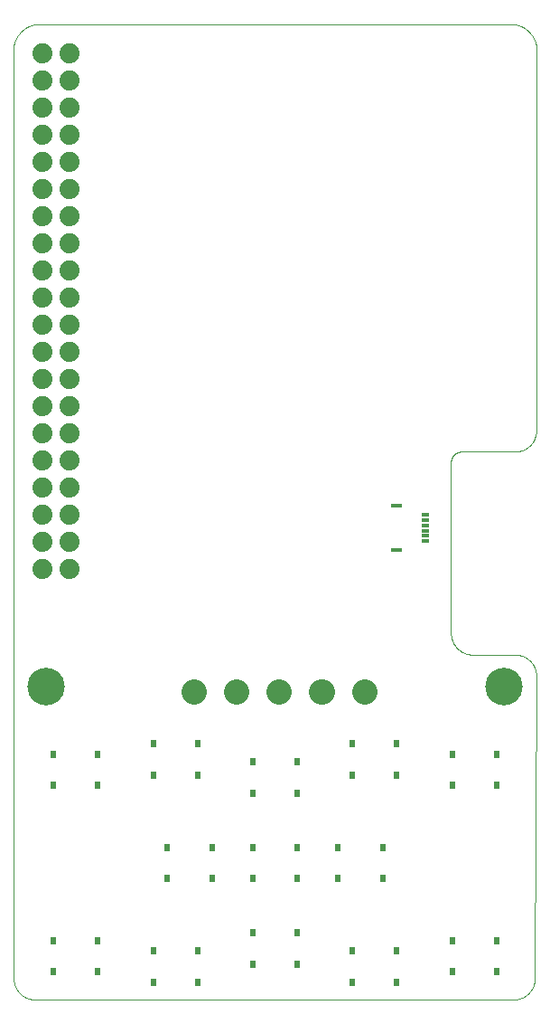
<source format=gbs>
G04 EAGLE Gerber RS-274X export*
G75*
%MOMM*%
%FSLAX34Y34*%
%LPD*%
%INSolder Mask bottom*%
%IPPOS*%
%AMOC8*
5,1,8,0,0,1.08239X$1,22.5*%
G01*
%ADD10C,0.001000*%
%ADD11R,0.700000X0.300000*%
%ADD12R,1.000000X0.300000*%
%ADD13C,1.879600*%
%ADD14C,3.516000*%
%ADD15R,0.500000X0.700000*%
%ADD16C,2.376000*%


D10*
X490000Y910000D02*
X490000Y1260000D01*
X490113Y1260606D01*
X490212Y1261214D01*
X490296Y1261824D01*
X490366Y1262436D01*
X490420Y1263050D01*
X490460Y1263665D01*
X490485Y1264280D01*
X490495Y1264896D01*
X490490Y1265512D01*
X490470Y1266128D01*
X490435Y1266743D01*
X490386Y1267357D01*
X490321Y1267970D01*
X490242Y1268581D01*
X490148Y1269190D01*
X490040Y1269796D01*
X489917Y1270400D01*
X489779Y1271001D01*
X489627Y1271598D01*
X489460Y1272191D01*
X489279Y1272780D01*
X489084Y1273364D01*
X488875Y1273944D01*
X488652Y1274518D01*
X488415Y1275087D01*
X488164Y1275650D01*
X487900Y1276206D01*
X487623Y1276756D01*
X487332Y1277299D01*
X487028Y1277835D01*
X486712Y1278364D01*
X486382Y1278885D01*
X486041Y1279397D01*
X485687Y1279902D01*
X485321Y1280397D01*
X484943Y1280884D01*
X484553Y1281361D01*
X484152Y1281829D01*
X483740Y1282286D01*
X483316Y1282734D01*
X482883Y1283172D01*
X482438Y1283598D01*
X481984Y1284014D01*
X481519Y1284419D01*
X481045Y1284813D01*
X480562Y1285195D01*
X480069Y1285565D01*
X479568Y1285923D01*
X479058Y1286269D01*
X478540Y1286602D01*
X478014Y1286923D01*
X477481Y1287231D01*
X476940Y1287526D01*
X476392Y1287808D01*
X475838Y1288077D01*
X475277Y1288332D01*
X474710Y1288574D01*
X474138Y1288801D01*
X473560Y1289015D01*
X472977Y1289215D01*
X472389Y1289401D01*
X471798Y1289572D01*
X471202Y1289729D01*
X470603Y1289872D01*
X470000Y1290000D01*
X20000Y1290000D01*
X19397Y1289872D01*
X18798Y1289729D01*
X18202Y1289572D01*
X17611Y1289401D01*
X17023Y1289215D01*
X16440Y1289015D01*
X15862Y1288801D01*
X15290Y1288574D01*
X14723Y1288332D01*
X14162Y1288077D01*
X13608Y1287808D01*
X13060Y1287526D01*
X12519Y1287231D01*
X11986Y1286923D01*
X11460Y1286602D01*
X10942Y1286269D01*
X10432Y1285923D01*
X9931Y1285565D01*
X9438Y1285195D01*
X8955Y1284813D01*
X8481Y1284419D01*
X8016Y1284014D01*
X7562Y1283598D01*
X7117Y1283172D01*
X6684Y1282734D01*
X6260Y1282286D01*
X5848Y1281829D01*
X5447Y1281361D01*
X5057Y1280884D01*
X4679Y1280397D01*
X4313Y1279902D01*
X3959Y1279397D01*
X3618Y1278885D01*
X3288Y1278364D01*
X2972Y1277835D01*
X2668Y1277299D01*
X2377Y1276756D01*
X2100Y1276206D01*
X1836Y1275650D01*
X1585Y1275087D01*
X1348Y1274518D01*
X1125Y1273944D01*
X916Y1273364D01*
X721Y1272780D01*
X540Y1272191D01*
X373Y1271598D01*
X221Y1271001D01*
X83Y1270400D01*
X-40Y1269796D01*
X-148Y1269190D01*
X-242Y1268581D01*
X-321Y1267970D01*
X-386Y1267357D01*
X-435Y1266743D01*
X-470Y1266128D01*
X-490Y1265512D01*
X-495Y1264896D01*
X-485Y1264280D01*
X-460Y1263665D01*
X-420Y1263050D01*
X-366Y1262436D01*
X-296Y1261824D01*
X-212Y1261214D01*
X-113Y1260606D01*
X0Y1260000D01*
X0Y397120D01*
X6Y396637D01*
X23Y396154D01*
X53Y395671D01*
X93Y395190D01*
X146Y394709D01*
X210Y394230D01*
X285Y393753D01*
X373Y393277D01*
X471Y392804D01*
X581Y392334D01*
X702Y391866D01*
X835Y391401D01*
X979Y390940D01*
X1134Y390482D01*
X1300Y390028D01*
X1477Y389578D01*
X1664Y389133D01*
X1863Y388692D01*
X2071Y388256D01*
X2291Y387826D01*
X2521Y387400D01*
X2761Y386981D01*
X3011Y386567D01*
X3271Y386160D01*
X3540Y385759D01*
X3820Y385364D01*
X4108Y384977D01*
X4407Y384596D01*
X4714Y384223D01*
X5030Y383858D01*
X5355Y383500D01*
X5688Y383150D01*
X6030Y382808D01*
X6380Y382475D01*
X6738Y382150D01*
X7103Y381834D01*
X7476Y381527D01*
X7857Y381228D01*
X8244Y380940D01*
X8639Y380660D01*
X9040Y380391D01*
X9447Y380131D01*
X9861Y379881D01*
X10280Y379641D01*
X10706Y379411D01*
X11136Y379191D01*
X11572Y378983D01*
X12013Y378784D01*
X12458Y378597D01*
X12908Y378420D01*
X13362Y378254D01*
X13820Y378099D01*
X14281Y377955D01*
X14746Y377822D01*
X15214Y377701D01*
X15684Y377591D01*
X16157Y377493D01*
X16633Y377405D01*
X17110Y377330D01*
X17589Y377266D01*
X18070Y377213D01*
X18551Y377173D01*
X19034Y377143D01*
X19517Y377126D01*
X20000Y377120D01*
X340000Y377120D01*
X338476Y377140D01*
X468576Y377140D01*
X469065Y377146D01*
X469554Y377164D01*
X470042Y377194D01*
X470530Y377236D01*
X471016Y377289D01*
X471501Y377355D01*
X471984Y377433D01*
X472465Y377522D01*
X472944Y377623D01*
X473420Y377735D01*
X473893Y377860D01*
X474363Y377996D01*
X474830Y378143D01*
X475293Y378302D01*
X475751Y378472D01*
X476206Y378653D01*
X476656Y378845D01*
X477101Y379048D01*
X477541Y379262D01*
X477976Y379486D01*
X478405Y379722D01*
X478828Y379967D01*
X479245Y380223D01*
X479655Y380489D01*
X480059Y380765D01*
X480457Y381051D01*
X480847Y381347D01*
X481229Y381651D01*
X481604Y381966D01*
X481972Y382289D01*
X482331Y382621D01*
X482682Y382962D01*
X483024Y383311D01*
X483358Y383669D01*
X483684Y384034D01*
X484000Y384408D01*
X484306Y384789D01*
X484604Y385177D01*
X484892Y385573D01*
X485170Y385975D01*
X485438Y386385D01*
X485696Y386800D01*
X485944Y387222D01*
X486181Y387650D01*
X486408Y388083D01*
X486624Y388522D01*
X486830Y388966D01*
X487024Y389415D01*
X487207Y389869D01*
X487380Y390327D01*
X487541Y390789D01*
X487690Y391255D01*
X487829Y391724D01*
X487955Y392197D01*
X488071Y392672D01*
X488174Y393150D01*
X488266Y393631D01*
X488346Y394114D01*
X488414Y394598D01*
X488470Y395084D01*
X488514Y395571D01*
X488547Y396060D01*
X488567Y396548D01*
X488576Y397038D01*
X490000Y680000D01*
X489994Y680483D01*
X489977Y680966D01*
X489947Y681449D01*
X489907Y681930D01*
X489854Y682411D01*
X489790Y682890D01*
X489715Y683367D01*
X489627Y683843D01*
X489529Y684316D01*
X489419Y684786D01*
X489298Y685254D01*
X489165Y685719D01*
X489021Y686180D01*
X488866Y686638D01*
X488700Y687092D01*
X488523Y687542D01*
X488336Y687987D01*
X488137Y688428D01*
X487929Y688864D01*
X487709Y689294D01*
X487479Y689720D01*
X487239Y690139D01*
X486989Y690553D01*
X486729Y690960D01*
X486460Y691361D01*
X486180Y691756D01*
X485892Y692143D01*
X485593Y692524D01*
X485286Y692897D01*
X484970Y693262D01*
X484645Y693620D01*
X484312Y693970D01*
X483970Y694312D01*
X483620Y694645D01*
X483262Y694970D01*
X482897Y695286D01*
X482524Y695593D01*
X482143Y695892D01*
X481756Y696180D01*
X481361Y696460D01*
X480960Y696729D01*
X480553Y696989D01*
X480139Y697239D01*
X479720Y697479D01*
X479294Y697709D01*
X478864Y697929D01*
X478428Y698137D01*
X477987Y698336D01*
X477542Y698523D01*
X477092Y698700D01*
X476638Y698866D01*
X476180Y699021D01*
X475719Y699165D01*
X475254Y699298D01*
X474786Y699419D01*
X474316Y699529D01*
X473843Y699627D01*
X473367Y699715D01*
X472890Y699790D01*
X472411Y699854D01*
X471930Y699907D01*
X471449Y699947D01*
X470966Y699977D01*
X470483Y699994D01*
X470000Y700000D01*
X430000Y700000D01*
X429517Y700006D01*
X429034Y700023D01*
X428551Y700053D01*
X428070Y700093D01*
X427589Y700146D01*
X427110Y700210D01*
X426633Y700285D01*
X426157Y700373D01*
X425684Y700471D01*
X425214Y700581D01*
X424746Y700702D01*
X424281Y700835D01*
X423820Y700979D01*
X423362Y701134D01*
X422908Y701300D01*
X422458Y701477D01*
X422013Y701664D01*
X421572Y701863D01*
X421136Y702071D01*
X420706Y702291D01*
X420280Y702521D01*
X419861Y702761D01*
X419447Y703011D01*
X419040Y703271D01*
X418639Y703540D01*
X418244Y703820D01*
X417857Y704108D01*
X417476Y704407D01*
X417103Y704714D01*
X416738Y705030D01*
X416380Y705355D01*
X416030Y705688D01*
X415688Y706030D01*
X415355Y706380D01*
X415030Y706738D01*
X414714Y707103D01*
X414407Y707476D01*
X414108Y707857D01*
X413820Y708244D01*
X413540Y708639D01*
X413271Y709040D01*
X413011Y709447D01*
X412761Y709861D01*
X412521Y710280D01*
X412291Y710706D01*
X412071Y711136D01*
X411863Y711572D01*
X411664Y712013D01*
X411477Y712458D01*
X411300Y712908D01*
X411134Y713362D01*
X410979Y713820D01*
X410835Y714281D01*
X410702Y714746D01*
X410581Y715214D01*
X410471Y715684D01*
X410373Y716157D01*
X410285Y716633D01*
X410210Y717110D01*
X410146Y717589D01*
X410093Y718070D01*
X410053Y718551D01*
X410023Y719034D01*
X410006Y719517D01*
X410000Y720000D01*
X410000Y880000D01*
X410003Y880242D01*
X410012Y880483D01*
X410026Y880724D01*
X410047Y880965D01*
X410073Y881205D01*
X410105Y881445D01*
X410143Y881684D01*
X410186Y881921D01*
X410236Y882158D01*
X410291Y882393D01*
X410351Y882627D01*
X410418Y882859D01*
X410489Y883090D01*
X410567Y883319D01*
X410650Y883546D01*
X410738Y883771D01*
X410832Y883994D01*
X410931Y884214D01*
X411036Y884432D01*
X411145Y884647D01*
X411260Y884860D01*
X411380Y885070D01*
X411505Y885276D01*
X411635Y885480D01*
X411770Y885681D01*
X411910Y885878D01*
X412054Y886072D01*
X412203Y886262D01*
X412357Y886448D01*
X412515Y886631D01*
X412677Y886810D01*
X412844Y886985D01*
X413015Y887156D01*
X413190Y887323D01*
X413369Y887485D01*
X413552Y887643D01*
X413738Y887797D01*
X413928Y887946D01*
X414122Y888090D01*
X414319Y888230D01*
X414520Y888365D01*
X414724Y888495D01*
X414930Y888620D01*
X415140Y888740D01*
X415353Y888855D01*
X415568Y888964D01*
X415786Y889069D01*
X416006Y889168D01*
X416229Y889262D01*
X416454Y889350D01*
X416681Y889433D01*
X416910Y889511D01*
X417141Y889582D01*
X417373Y889649D01*
X417607Y889709D01*
X417842Y889764D01*
X418079Y889814D01*
X418316Y889857D01*
X418555Y889895D01*
X418795Y889927D01*
X419035Y889953D01*
X419276Y889974D01*
X419517Y889988D01*
X419758Y889997D01*
X420000Y890000D01*
X470000Y890000D01*
X470483Y890006D01*
X470966Y890023D01*
X471449Y890053D01*
X471930Y890093D01*
X472411Y890146D01*
X472890Y890210D01*
X473367Y890285D01*
X473843Y890373D01*
X474316Y890471D01*
X474786Y890581D01*
X475254Y890702D01*
X475719Y890835D01*
X476180Y890979D01*
X476638Y891134D01*
X477092Y891300D01*
X477542Y891477D01*
X477987Y891664D01*
X478428Y891863D01*
X478864Y892071D01*
X479294Y892291D01*
X479720Y892521D01*
X480139Y892761D01*
X480553Y893011D01*
X480960Y893271D01*
X481361Y893540D01*
X481756Y893820D01*
X482143Y894108D01*
X482524Y894407D01*
X482897Y894714D01*
X483262Y895030D01*
X483620Y895355D01*
X483970Y895688D01*
X484312Y896030D01*
X484645Y896380D01*
X484970Y896738D01*
X485286Y897103D01*
X485593Y897476D01*
X485892Y897857D01*
X486180Y898244D01*
X486460Y898639D01*
X486729Y899040D01*
X486989Y899447D01*
X487239Y899861D01*
X487479Y900280D01*
X487709Y900706D01*
X487929Y901136D01*
X488137Y901572D01*
X488336Y902013D01*
X488523Y902458D01*
X488700Y902908D01*
X488866Y903362D01*
X489021Y903820D01*
X489165Y904281D01*
X489298Y904746D01*
X489419Y905214D01*
X489529Y905684D01*
X489627Y906157D01*
X489715Y906633D01*
X489790Y907110D01*
X489854Y907589D01*
X489907Y908070D01*
X489947Y908551D01*
X489977Y909034D01*
X489994Y909517D01*
X490000Y910000D01*
D11*
X385624Y806108D03*
X385624Y811108D03*
X385624Y816108D03*
X385624Y821108D03*
X385624Y826108D03*
X385624Y831108D03*
D12*
X359124Y798208D03*
X359124Y839008D03*
D13*
X52500Y780000D03*
X52500Y805400D03*
X52500Y830800D03*
X52500Y856200D03*
X52500Y881600D03*
X52500Y907000D03*
X52500Y932400D03*
X52500Y957800D03*
X52500Y983200D03*
X52500Y1008600D03*
X52500Y1034000D03*
X52500Y1059400D03*
X52500Y1084800D03*
X27100Y1084800D03*
X27100Y1059400D03*
X27100Y1034000D03*
X27100Y1008600D03*
X27100Y983200D03*
X27100Y957800D03*
X27100Y932400D03*
X27100Y907000D03*
X27100Y881600D03*
X27100Y856200D03*
X27100Y830800D03*
X27100Y805400D03*
X27100Y780000D03*
X52500Y1110200D03*
X27100Y1110200D03*
X52500Y1135600D03*
X27100Y1135600D03*
X52500Y1161000D03*
X27100Y1161000D03*
X52500Y1186400D03*
X27100Y1186400D03*
X52500Y1211800D03*
X27100Y1211800D03*
X52500Y1237200D03*
X27100Y1237200D03*
X52500Y1262600D03*
X27100Y1262600D03*
D14*
X30000Y670000D03*
X460000Y670000D03*
D15*
X453000Y432500D03*
X411000Y432500D03*
X411000Y403500D03*
X453000Y403500D03*
X79000Y606500D03*
X37000Y606500D03*
X37000Y577500D03*
X79000Y577500D03*
X79000Y432500D03*
X37000Y432500D03*
X37000Y403500D03*
X79000Y403500D03*
X266000Y599500D03*
X224000Y599500D03*
X224000Y570500D03*
X266000Y570500D03*
X266000Y439500D03*
X224000Y439500D03*
X224000Y410500D03*
X266000Y410500D03*
X346000Y519500D03*
X304000Y519500D03*
X304000Y490500D03*
X346000Y490500D03*
X186000Y519500D03*
X144000Y519500D03*
X144000Y490500D03*
X186000Y490500D03*
X266000Y519500D03*
X224000Y519500D03*
X224000Y490500D03*
X266000Y490500D03*
X359000Y616500D03*
X317000Y616500D03*
X317000Y587500D03*
X359000Y587500D03*
X173000Y616500D03*
X131000Y616500D03*
X131000Y587500D03*
X173000Y587500D03*
X359000Y422500D03*
X317000Y422500D03*
X317000Y393500D03*
X359000Y393500D03*
X173000Y422500D03*
X131000Y422500D03*
X131000Y393500D03*
X173000Y393500D03*
X453000Y606500D03*
X411000Y606500D03*
X411000Y577500D03*
X453000Y577500D03*
D16*
X329120Y665120D02*
X328880Y665120D01*
X329120Y665120D02*
X329120Y664880D01*
X328880Y664880D01*
X328880Y665120D01*
X289120Y665120D02*
X288880Y665120D01*
X289120Y665120D02*
X289120Y664880D01*
X288880Y664880D01*
X288880Y665120D01*
X249120Y665120D02*
X248880Y665120D01*
X249120Y665120D02*
X249120Y664880D01*
X248880Y664880D01*
X248880Y665120D01*
X209120Y665120D02*
X208880Y665120D01*
X209120Y665120D02*
X209120Y664880D01*
X208880Y664880D01*
X208880Y665120D01*
X169120Y665120D02*
X168880Y665120D01*
X169120Y665120D02*
X169120Y664880D01*
X168880Y664880D01*
X168880Y665120D01*
M02*

</source>
